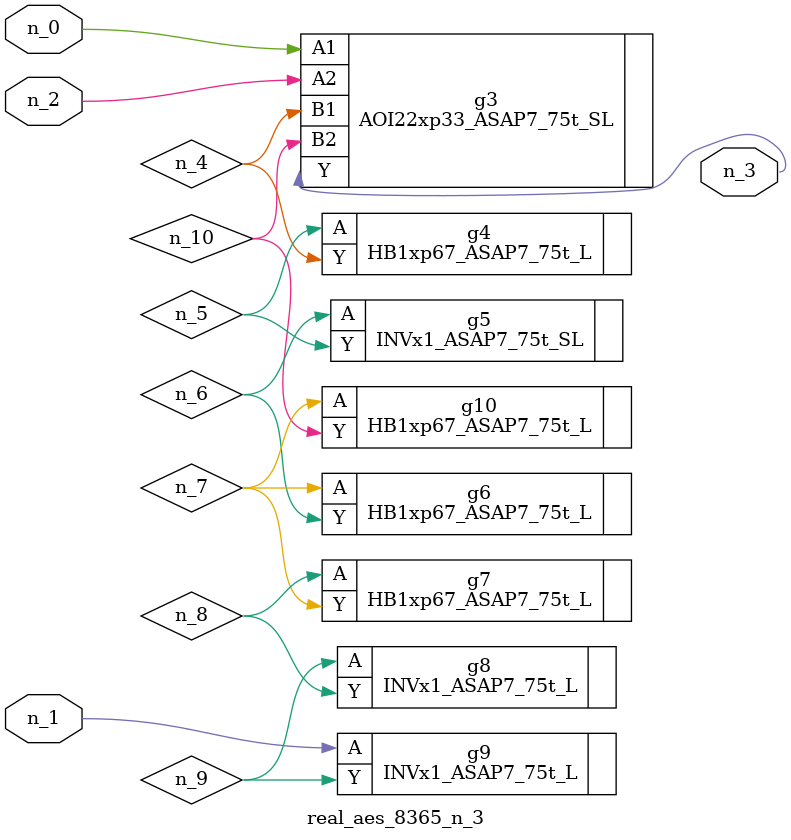
<source format=v>
module real_aes_8365_n_3 (n_0, n_2, n_1, n_3);
input n_0;
input n_2;
input n_1;
output n_3;
wire n_4;
wire n_5;
wire n_7;
wire n_8;
wire n_6;
wire n_9;
wire n_10;
AOI22xp33_ASAP7_75t_SL g3 ( .A1(n_0), .A2(n_2), .B1(n_4), .B2(n_10), .Y(n_3) );
INVx1_ASAP7_75t_L g9 ( .A(n_1), .Y(n_9) );
HB1xp67_ASAP7_75t_L g4 ( .A(n_5), .Y(n_4) );
INVx1_ASAP7_75t_SL g5 ( .A(n_6), .Y(n_5) );
HB1xp67_ASAP7_75t_L g6 ( .A(n_7), .Y(n_6) );
HB1xp67_ASAP7_75t_L g10 ( .A(n_7), .Y(n_10) );
HB1xp67_ASAP7_75t_L g7 ( .A(n_8), .Y(n_7) );
INVx1_ASAP7_75t_L g8 ( .A(n_9), .Y(n_8) );
endmodule
</source>
